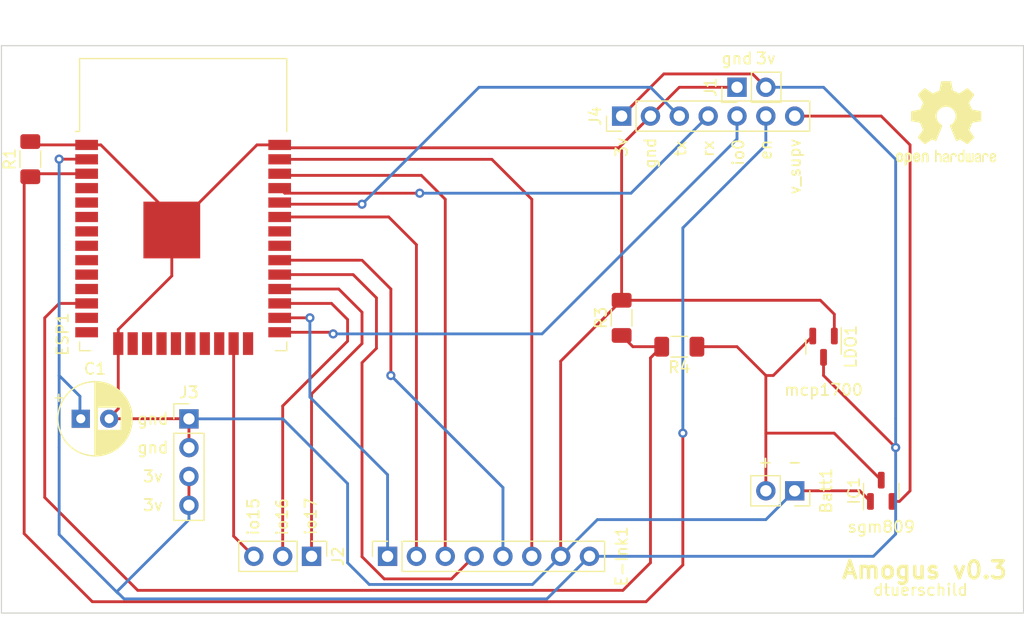
<source format=kicad_pcb>
(kicad_pcb (version 20211014) (generator pcbnew)
  (layers (0 "F.Cu" signal) (31 "B.Cu" signal) (34 "B.Paste" user) (35 "F.Paste" user) (36 "B.SilkS" user "B.Silkscreen") (37 "F.SilkS" user "F.Silkscreen") (38 "B.Mask" user) (39 "F.Mask" user) (44 "Edge.Cuts" user))
  (net 0 "")
  (net 1 "Net-(C1-Pad1)")
  (net 2 "Net-(E-Ink1-Pad1)")
  (net 3 "Net-(E-Ink1-Pad2)")
  (net 4 "Net-(E-Ink1-Pad3)")
  (net 5 "Net-(E-Ink1-Pad4)")
  (net 6 "unconnected-(E-Ink1-Pad5)")
  (net 7 "Net-(E-Ink1-Pad6)")
  (net 8 "Net-(ESP1-Pad3)")
  (net 9 "Net-(ESP1-Pad12)")
  (net 10 "Net-(ESP1-Pad23)")
  (net 11 "Net-(ESP1-Pad25)")
  (net 12 "Net-(ESP1-Pad27)")
  (net 13 "Net-(ESP1-Pad28)")
  (net 14 "Net-(ESP1-Pad34)")
  (net 15 "Net-(IC1-Pad2)")
  (net 17 "Net-(Batt1-Pad1)")
  (net 18 "Net-(Batt1-Pad2)")
  (net 38 "Net-(ESP1-Pad35)")
  (footprint "Connector_PinSocket_2.54mm:PinSocket_1x08_P2.54mm_Vertical" (layer "F.Cu") (at 73.37 76.893751 90)
    (fp_text reference "E-Ink1" (at 0 20.61 90) (layer "F.SilkS"))
    (fp_text value "Conn_01x08_Female")
    (pad "1" thru_hole rect locked (at 0 0 90) (size 1.7 1.7) (drill 1) (layers *.Cu *.Mask) (net 2 "Net-(E-Ink1-Pad1)"))
    (pad "2" thru_hole oval locked (at 0 2.54 90) (size 1.7 1.7) (drill 1) (layers *.Cu *.Mask) (net 3 "Net-(E-Ink1-Pad2)"))
    (pad "3" thru_hole oval locked (at 0 5.08 90) (size 1.7 1.7) (drill 1) (layers *.Cu *.Mask) (net 4 "Net-(E-Ink1-Pad3)"))
    (pad "4" thru_hole oval locked (at 0 7.62 90) (size 1.7 1.7) (drill 1) (layers *.Cu *.Mask) (net 5 "Net-(E-Ink1-Pad4)"))
    (pad "5" thru_hole oval locked (at 0 10.16 90) (size 1.7 1.7) (drill 1) (layers *.Cu *.Mask) (net 6 "unconnected-(E-Ink1-Pad5)"))
    (pad "6" thru_hole oval locked (at 0 12.7 90) (size 1.7 1.7) (drill 1) (layers *.Cu *.Mask) (net 7 "Net-(E-Ink1-Pad6)"))
    (pad "7" thru_hole oval locked (at 0 15.24 90) (size 1.7 1.7) (drill 1) (layers *.Cu *.Mask) (net 17 "Net-(Batt1-Pad1)"))
    (pad "8" thru_hole oval locked (at 0 17.78 90) (size 1.7 1.7) (drill 1) (layers *.Cu *.Mask) (net 1 "Net-(C1-Pad1)"))
  )
  (footprint "RF_Module:ESP32-WROOM-32" (layer "F.Cu") (at 55.37 48.893751)
    (fp_text reference "ESP1" (at -10.61 8.43 90) (layer "F.SilkS"))
    (fp_text value "ESP32-WROOM-32")
    (pad "1" smd rect locked (at -8.5 -8.255) (size 2 0.9) (layers "F.Cu" "F.Paste" "F.Mask") (net 17 "Net-(Batt1-Pad1)"))
    (pad "2" smd rect locked (at -8.5 -6.985) (size 2 0.9) (layers "F.Cu" "F.Paste" "F.Mask") (net 1 "Net-(C1-Pad1)"))
    (pad "3" smd rect locked (at -8.5 -5.715) (size 2 0.9) (layers "F.Cu" "F.Paste" "F.Mask") (net 8 "Net-(ESP1-Pad3)"))
    (pad "4" smd rect locked (at -8.5 -4.445) (size 2 0.9) (layers "F.Cu" "F.Paste" "F.Mask"))
    (pad "5" smd rect locked (at -8.5 -3.175) (size 2 0.9) (layers "F.Cu" "F.Paste" "F.Mask"))
    (pad "6" smd rect locked (at -8.5 -1.905) (size 2 0.9) (layers "F.Cu" "F.Paste" "F.Mask"))
    (pad "7" smd rect locked (at -8.5 -0.635) (size 2 0.9) (layers "F.Cu" "F.Paste" "F.Mask"))
    (pad "8" smd rect locked (at -8.5 0.635) (size 2 0.9) (layers "F.Cu" "F.Paste" "F.Mask"))
    (pad "9" smd rect locked (at -8.5 1.905) (size 2 0.9) (layers "F.Cu" "F.Paste" "F.Mask"))
    (pad "10" smd rect locked (at -8.5 3.175) (size 2 0.9) (layers "F.Cu" "F.Paste" "F.Mask"))
    (pad "11" smd rect locked (at -8.5 4.445) (size 2 0.9) (layers "F.Cu" "F.Paste" "F.Mask"))
    (pad "12" smd rect locked (at -8.5 5.715) (size 2 0.9) (layers "F.Cu" "F.Paste" "F.Mask") (net 9 "Net-(ESP1-Pad12)"))
    (pad "13" smd rect locked (at -8.5 6.985) (size 2 0.9) (layers "F.Cu" "F.Paste" "F.Mask"))
    (pad "14" smd rect locked (at -8.5 8.255) (size 2 0.9) (layers "F.Cu" "F.Paste" "F.Mask"))
    (pad "15" smd rect locked (at -5.715 9.255 90) (size 2 0.9) (layers "F.Cu" "F.Paste" "F.Mask") (net 17 "Net-(Batt1-Pad1)"))
    (pad "16" smd rect locked (at -4.445 9.255 90) (size 2 0.9) (layers "F.Cu" "F.Paste" "F.Mask"))
    (pad "17" smd rect locked (at -3.175 9.255 90) (size 2 0.9) (layers "F.Cu" "F.Paste" "F.Mask"))
    (pad "18" smd rect locked (at -1.905 9.255 90) (size 2 0.9) (layers "F.Cu" "F.Paste" "F.Mask"))
    (pad "19" smd rect locked (at -0.635 9.255 90) (size 2 0.9) (layers "F.Cu" "F.Paste" "F.Mask"))
    (pad "20" smd rect locked (at 0.635 9.255 90) (size 2 0.9) (layers "F.Cu" "F.Paste" "F.Mask"))
    (pad "21" smd rect locked (at 1.905 9.255 90) (size 2 0.9) (layers "F.Cu" "F.Paste" "F.Mask"))
    (pad "22" smd rect locked (at 3.175 9.255 90) (size 2 0.9) (layers "F.Cu" "F.Paste" "F.Mask"))
    (pad "23" smd rect locked (at 4.445 9.255 90) (size 2 0.9) (layers "F.Cu" "F.Paste" "F.Mask") (net 10 "Net-(ESP1-Pad23)"))
    (pad "24" smd rect locked (at 5.715 9.255 90) (size 2 0.9) (layers "F.Cu" "F.Paste" "F.Mask"))
    (pad "25" smd rect locked (at 8.5 8.255) (size 2 0.9) (layers "F.Cu" "F.Paste" "F.Mask") (net 11 "Net-(ESP1-Pad25)"))
    (pad "26" smd rect locked (at 8.5 6.985) (size 2 0.9) (layers "F.Cu" "F.Paste" "F.Mask") (net 2 "Net-(E-Ink1-Pad1)"))
    (pad "27" smd rect locked (at 8.5 5.715) (size 2 0.9) (layers "F.Cu" "F.Paste" "F.Mask") (net 12 "Net-(ESP1-Pad27)"))
    (pad "28" smd rect locked (at 8.5 4.445) (size 2 0.9) (layers "F.Cu" "F.Paste" "F.Mask") (net 13 "Net-(ESP1-Pad28)"))
    (pad "29" smd rect locked (at 8.5 3.175) (size 2 0.9) (layers "F.Cu" "F.Paste" "F.Mask") (net 5 "Net-(E-Ink1-Pad4)"))
    (pad "30" smd rect locked (at 8.5 1.905) (size 2 0.9) (layers "F.Cu" "F.Paste" "F.Mask") (net 6 "unconnected-(E-Ink1-Pad5)"))
    (pad "31" smd rect locked (at 8.5 0.635) (size 2 0.9) (layers "F.Cu" "F.Paste" "F.Mask"))
    (pad "32" smd rect locked (at 8.5 -0.635) (size 2 0.9) (layers "F.Cu" "F.Paste" "F.Mask"))
    (pad "33" smd rect locked (at 8.5 -1.905) (size 2 0.9) (layers "F.Cu" "F.Paste" "F.Mask") (net 3 "Net-(E-Ink1-Pad2)"))
    (pad "34" smd rect locked (at 8.5 -3.175) (size 2 0.9) (layers "F.Cu" "F.Paste" "F.Mask") (net 14 "Net-(ESP1-Pad34)"))
    (pad "35" smd rect locked (at 8.5 -4.445) (size 2 0.9) (layers "F.Cu" "F.Paste" "F.Mask") (net 38 "Net-(ESP1-Pad35)"))
    (pad "36" smd rect locked (at 8.5 -5.715) (size 2 0.9) (layers "F.Cu" "F.Paste" "F.Mask") (net 4 "Net-(E-Ink1-Pad3)"))
    (pad "37" smd rect locked (at 8.5 -6.985) (size 2 0.9) (layers "F.Cu" "F.Paste" "F.Mask") (net 7 "Net-(E-Ink1-Pad6)"))
    (pad "38" smd rect locked (at 8.5 -8.255) (size 2 0.9) (layers "F.Cu" "F.Paste" "F.Mask") (net 17 "Net-(Batt1-Pad1)"))
    (pad "39" smd rect locked (at -1 -0.755) (size 5 5) (layers "F.Cu" "F.Paste" "F.Mask") (net 17 "Net-(Batt1-Pad1)"))
  )
  (footprint "Resistor_SMD:R_1206_3216Metric_Pad1.30x1.75mm_HandSolder" (layer "F.Cu") (at 41.91 41.893751 90)
    (fp_text reference "R1" (at 0 -1.82 90) (layer "F.SilkS"))
    (fp_text value "R_Small")
    (pad "1" smd roundrect (at -1.55 0 90) (size 1.3 1.75) (layers "F.Cu" "F.Paste" "F.Mask") (roundrect_rratio 0.192308) (net 8 "Net-(ESP1-Pad3)"))
    (pad "2" smd roundrect (at 1.55 0 90) (size 1.3 1.75) (layers "F.Cu" "F.Paste" "F.Mask") (roundrect_rratio 0.192308) (net 17 "Net-(Batt1-Pad1)"))
  )
  (footprint "Connector_PinHeader_2.54mm:PinHeader_1x03_P2.54mm_Vertical" (layer "F.Cu") (at 66.675 76.893751 -90)
    (fp_text reference "J2" (at 0 -2.33 -90) (layer "F.SilkS"))
    (fp_text value "Conn_01x03_Male")
    (pad "1" thru_hole rect (at 0 0 270) (size 1.7 1.7) (drill 1) (layers *.Cu *.Mask) (net 13 "Net-(ESP1-Pad28)"))
    (pad "2" thru_hole oval (at 0 2.54 270) (size 1.7 1.7) (drill 1) (layers *.Cu *.Mask) (net 12 "Net-(ESP1-Pad27)"))
    (pad "3" thru_hole oval (at 0 5.08 270) (size 1.7 1.7) (drill 1) (layers *.Cu *.Mask) (net 10 "Net-(ESP1-Pad23)"))
  )
  (footprint "Connector_PinHeader_2.54mm:PinHeader_1x04_P2.54mm_Vertical" (layer "F.Cu") (at 55.88 64.78)
    (fp_text reference "J3" (at 0 -2.33) (layer "F.SilkS"))
    (fp_text value "Conn_01x04_Male")
    (pad "1" thru_hole rect (at 0 0) (size 1.7 1.7) (drill 1) (layers *.Cu *.Mask) (net 17 "Net-(Batt1-Pad1)"))
    (pad "2" thru_hole oval (at 0 2.54) (size 1.7 1.7) (drill 1) (layers *.Cu *.Mask) (net 17 "Net-(Batt1-Pad1)"))
    (pad "3" thru_hole oval (at 0 5.08) (size 1.7 1.7) (drill 1) (layers *.Cu *.Mask) (net 1 "Net-(C1-Pad1)"))
    (pad "4" thru_hole oval (at 0 7.62) (size 1.7 1.7) (drill 1) (layers *.Cu *.Mask) (net 1 "Net-(C1-Pad1)"))
  )
  (footprint "Resistor_SMD:R_1206_3216Metric_Pad1.30x1.75mm_HandSolder" (layer "F.Cu") (at 93.98 55.88 90)
    (fp_text reference "R3" (at 0 -1.82 90) (layer "F.SilkS"))
    (fp_text value "R_Small")
    (pad "1" smd roundrect (at -1.55 0 90) (size 1.3 1.75) (layers "F.Cu" "F.Paste" "F.Mask") (roundrect_rratio 0.192308) (net 9 "Net-(ESP1-Pad12)"))
    (pad "2" smd roundrect (at 1.55 0 90) (size 1.3 1.75) (layers "F.Cu" "F.Paste" "F.Mask") (roundrect_rratio 0.192308) (net 17 "Net-(Batt1-Pad1)"))
  )
  (footprint "Connector_PinHeader_2.54mm:PinHeader_1x07_P2.54mm_Vertical" (layer "F.Cu") (at 93.98 38.1 90)
    (fp_text reference "J4" (at 0 -2.33 90) (layer "F.SilkS"))
    (fp_text value "Dev")
    (pad "1" thru_hole rect (at 0 0 90) (size 1.7 1.7) (drill 1) (layers *.Cu *.Mask) (net 1 "Net-(C1-Pad1)"))
    (pad "2" thru_hole oval (at 0 2.54 90) (size 1.7 1.7) (drill 1) (layers *.Cu *.Mask) (net 17 "Net-(Batt1-Pad1)"))
    (pad "3" thru_hole oval (at 0 5.08 90) (size 1.7 1.7) (drill 1) (layers *.Cu *.Mask) (net 14 "Net-(ESP1-Pad34)"))
    (pad "4" thru_hole oval (at 0 7.62 90) (size 1.7 1.7) (drill 1) (layers *.Cu *.Mask) (net 38 "Net-(ESP1-Pad35)"))
    (pad "5" thru_hole oval (at 0 10.16 90) (size 1.7 1.7) (drill 1) (layers *.Cu *.Mask) (net 11 "Net-(ESP1-Pad25)"))
    (pad "6" thru_hole oval (at 0 12.7 90) (size 1.7 1.7) (drill 1) (layers *.Cu *.Mask) (net 8 "Net-(ESP1-Pad3)"))
    (pad "7" thru_hole oval (at 0 15.24 90) (size 1.7 1.7) (drill 1) (layers *.Cu *.Mask) (net 15 "Net-(IC1-Pad2)"))
  )
  (footprint "Connector_PinSocket_2.54mm:PinSocket_1x02_P2.54mm_Vertical" (layer "F.Cu") (at 109.22 71.12 -90)
    (fp_text reference "Batt1" (at 0 -2.77 90) (layer "F.SilkS"))
    (fp_text value "Conn_01x02_Female")
    (pad "1" thru_hole rect (at 0 0 270) (size 1.7 1.7) (drill 1) (layers *.Cu *.Mask) (net 17 "Net-(Batt1-Pad1)"))
    (pad "2" thru_hole oval (at 0 2.54 270) (size 1.7 1.7) (drill 1) (layers *.Cu *.Mask) (net 18 "Net-(Batt1-Pad2)"))
  )
  (footprint "Symbol:OSHW-Logo2_9.8x8mm_SilkScreen" (layer "F.Cu") (at 122.555 38.735)
    (fp_text reference "REF**" hide)
    (fp_text value "OSHW-Logo2_9.8x8mm_SilkScreen" hide)
  )
  (footprint "Package_TO_SOT_SMD:SOT-23" (layer "F.Cu") (at 116.84 71.12 90)
    (fp_text reference "IC1" (at 0 -2.4 90) (layer "F.SilkS"))
    (fp_text value "SGM809-TXN3L")
    (pad "1" smd roundrect (at -0.9375 -0.95 90) (size 1.475 0.6) (layers "F.Cu" "F.Paste" "F.Mask") (net 17 "Net-(Batt1-Pad1)"))
    (pad "2" smd roundrect (at -0.9375 0.95 90) (size 1.475 0.6) (layers "F.Cu" "F.Paste" "F.Mask") (net 15 "Net-(IC1-Pad2)"))
    (pad "3" smd roundrect (at 0.9375 0 90) (size 1.475 0.6) (layers "F.Cu" "F.Paste" "F.Mask") (net 18 "Net-(Batt1-Pad2)"))
  )
  (footprint "Package_TO_SOT_SMD:SOT-23" (layer "F.Cu") (at 111.76 58.42 -90)
    (fp_text reference "LDO1" (at 0 -2.4 90) (layer "F.SilkS"))
    (fp_text value "MCP1700-3002E_SOT-23")
    (pad "1" smd roundrect (at -0.9375 -0.95 270) (size 1.475 0.6) (layers "F.Cu" "F.Paste" "F.Mask") (net 17 "Net-(Batt1-Pad1)"))
    (pad "2" smd roundrect (at -0.9375 0.95 270) (size 1.475 0.6) (layers "F.Cu" "F.Paste" "F.Mask") (net 18 "Net-(Batt1-Pad2)"))
    (pad "3" smd roundrect (at 0.9375 0 270) (size 1.475 0.6) (layers "F.Cu" "F.Paste" "F.Mask") (net 1 "Net-(C1-Pad1)"))
  )
  (footprint "Connector_PinHeader_2.54mm:PinHeader_1x02_P2.54mm_Vertical" (layer "F.Cu") (at 104.14 35.56 90)
    (fp_text reference "J1" (at 0 -2.33 90) (layer "F.SilkS"))
    (fp_text value "Jump")
    (pad "1" thru_hole rect (at 0 0 90) (size 1.7 1.7) (drill 1) (layers *.Cu *.Mask) (net 17 "Net-(Batt1-Pad1)"))
    (pad "2" thru_hole oval (at 0 2.54 90) (size 1.7 1.7) (drill 1) (layers *.Cu *.Mask) (net 1 "Net-(C1-Pad1)"))
  )
  (footprint "Capacitor_THT:CP_Radial_D6.3mm_P2.50mm" (layer "F.Cu") (at 46.355 64.77)
    (fp_text reference "C1" (at 1.25 -4.4) (layer "F.SilkS"))
    (fp_text value "CP")
    (pad "1" thru_hole rect (at 0 0) (size 1.6 1.6) (drill 0.8) (layers *.Cu *.Mask) (net 1 "Net-(C1-Pad1)"))
    (pad "2" thru_hole circle (at 2.5 0) (size 1.6 1.6) (drill 0.8) (layers *.Cu *.Mask) (net 17 "Net-(Batt1-Pad1)"))
  )
  (footprint "Resistor_SMD:R_1206_3216Metric_Pad1.30x1.75mm_HandSolder" (layer "F.Cu") (at 99.06 58.42 180)
    (fp_text reference "R4" (at 0 -1.82) (layer "F.SilkS"))
    (fp_text value "R_Small")
    (pad "1" smd roundrect (at -1.55 0 180) (size 1.3 1.75) (layers "F.Cu" "F.Paste" "F.Mask") (roundrect_rratio 0.192308) (net 18 "Net-(Batt1-Pad2)"))
    (pad "2" smd roundrect (at 1.55 0 180) (size 1.3 1.75) (layers "F.Cu" "F.Paste" "F.Mask") (roundrect_rratio 0.192308) (net 9 "Net-(ESP1-Pad12)"))
  )
  (gr_line (start 39.37 31.893751) (end 129.37 31.893751) (layer "Edge.Cuts") (width 0.1))
  (gr_line (start 39.37 81.893751) (end 39.37 31.893751) (layer "Edge.Cuts") (width 0.1))
  (gr_line (start 129.37 81.893751) (end 39.37 81.893751) (layer "Edge.Cuts") (width 0.1))
  (gr_line (start 129.37 31.893751) (end 129.37 81.893751) (layer "Edge.Cuts") (width 0.1))
  (gr_text "gnd\n" (at 52.705 64.78) (layer "F.SilkS") (effects (font (size 1 1))))
  (gr_text "-" (at 109.22 68.58) (layer "F.SilkS") (effects (font (size 1 1))))
  (gr_text "v_supv" (at 109.22 40 90) (layer "F.SilkS") (effects (font (size 1 1)) (justify right)))
  (gr_text "dtuerschild" (at 120.295 79.856249) (layer "F.SilkS") (effects (font (size 1 1))))
  (gr_text "io0" (at 104.25314 41.294333 90) (layer "F.SilkS") (effects (font (size 1 1))))
  (gr_text "io16" (at 64.080813 73.411119 90) (layer "F.SilkS") (effects (font (size 1 1))))
  (gr_text "io17" (at 66.607606 73.373406 90) (layer "F.SilkS") (effects (font (size 1 1))))
  (gr_text "gnd\n" (at 104.14 33.02) (layer "F.SilkS") (effects (font (size 1 1))))
  (gr_text "3v\n" (at 93.98 40.834216 90) (layer "F.SilkS") (effects (font (size 1 1))))
  (gr_text "3v\n" (at 106.68 33.02) (layer "F.SilkS") (effects (font (size 1 1))))
  (gr_text "+" (at 106.65 68.58) (layer "F.SilkS") (effects (font (size 1 1))))
  (gr_text "mcp1700" (at 111.76 62.23) (layer "F.SilkS") (effects (font (size 1 1))))
  (gr_text "io15" (at 61.54494 73.396171 90) (layer "F.SilkS") (effects (font (size 1 1))))
  (gr_text "gnd\n" (at 52.705 67.31) (layer "F.SilkS") (effects (font (size 1 1))))
  (gr_text "3v\n" (at 52.705 72.39) (layer "F.SilkS") (effects (font (size 1 1))))
  (gr_text "en" (at 106.666793 40.087506 90) (layer "F.SilkS") (effects (font (size 1 1)) (justify right)))
  (gr_text "Amogus v0.3\n" (at 120.65 78.105) (layer "F.SilkS") (effects (font (size 1.5 1.5) (thickness 0.3))))
  (gr_text "tx" (at 99.150456 40.164839 90) (layer "F.SilkS") (effects (font (size 1 1)) (justify right)))
  (gr_text "3v\n" (at 52.705 69.85) (layer "F.SilkS") (effects (font (size 1 1))))
  (gr_text "rx" (at 101.59428 40.164839 90) (layer "F.SilkS") (effects (font (size 1 1)) (justify right)))
  (gr_text "gnd\n" (at 96.494222 41.368488 90) (layer "F.SilkS") (effects (font (size 1 1))))
  (gr_text "sgm809" (at 116.84 74.295) (layer "F.SilkS") (effects (font (size 1 1))))
  (segment (start 44.45 41.893751) (end 46.855 41.893751) (width 0.25) (layer "F.Cu") (net 1))
  (segment (start 97.695 34.385) (end 93.98 38.1) (width 0.25) (layer "F.Cu") (net 1))
  (segment (start 111.76 60.96) (end 111.76 59.3575) (width 0.25) (layer "F.Cu") (net 1))
  (segment (start 118.11 67.31) (end 111.76 60.96) (width 0.25) (layer "F.Cu") (net 1))
  (segment (start 105.505 34.385) (end 97.695 34.385) (width 0.25) (layer "F.Cu") (net 1))
  (segment (start 55.88 69.86) (end 55.88 72.4) (width 0.25) (layer "F.Cu") (net 1))
  (segment (start 46.855 41.893751) (end 46.87 41.908751) (width 0.25) (layer "F.Cu") (net 1))
  (segment (start 106.68 35.56) (end 105.505 34.385) (width 0.25) (layer "F.Cu") (net 1))
  (via (at 44.45 41.893751) (size 0.8) (drill 0.4) (layers "F.Cu" "B.Cu") (net 1))
  (via (at 118.11 67.31) (size 0.8) (drill 0.4) (layers "F.Cu" "B.Cu") (net 1))
  (segment (start 111.76 35.56) (end 106.68 35.56) (width 0.25) (layer "B.Cu") (net 1))
  (segment (start 44.45 60.96) (end 44.45 65.623) (width 0.25) (layer "B.Cu") (net 1))
  (segment (start 118.11 41.91) (end 111.76 35.56) (width 0.25) (layer "B.Cu") (net 1))
  (segment (start 118.11 74.93) (end 118.11 64.77) (width 0.25) (layer "B.Cu") (net 1))
  (segment (start 44.45 67.31) (end 44.45 74.973751) (width 0.25) (layer "B.Cu") (net 1))
  (segment (start 46.28 64.77) (end 46.28 62.79) (width 0.25) (layer "B.Cu") (net 1))
  (segment (start 44.45 74.973751) (end 49.63 80.153751) (width 0.25) (layer "B.Cu") (net 1))
  (segment (start 46.28 62.79) (end 44.45 60.96) (width 0.25) (layer "B.Cu") (net 1))
  (segment (start 55.88 73.66) (end 55.88 72.4) (width 0.25) (layer "B.Cu") (net 1))
  (segment (start 44.45 65.623) (end 44.45 67.31) (width 0.25) (layer "B.Cu") (net 1))
  (segment (start 87.398751 80.645) (end 50.165 80.645) (width 0.25) (layer "B.Cu") (net 1))
  (segment (start 44.45 41.893751) (end 44.45 60.96) (width 0.25) (layer "B.Cu") (net 1))
  (segment (start 50.165 80.645) (end 49.53 80.01) (width 0.25) (layer "B.Cu") (net 1))
  (segment (start 116.146249 76.893751) (end 118.11 74.93) (width 0.25) (layer "B.Cu") (net 1))
  (segment (start 91.15 76.893751) (end 87.398751 80.645) (width 0.25) (layer "B.Cu") (net 1))
  (segment (start 91.15 76.893751) (end 116.146249 76.893751) (width 0.25) (layer "B.Cu") (net 1))
  (segment (start 49.53 80.01) (end 55.88 73.66) (width 0.25) (layer "B.Cu") (net 1))
  (segment (start 118.11 64.77) (end 118.11 41.91) (width 0.25) (layer "B.Cu") (net 1))
  (segment (start 63.87 55.878751) (end 66.53 55.878751) (width 0.25) (layer "F.Cu") (net 2))
  (via (at 66.53 55.878751) (size 0.8) (drill 0.4) (layers "F.Cu" "B.Cu") (net 2))
  (segment (start 66.53 62.863751) (end 73.37 69.703751) (width 0.25) (layer "B.Cu") (net 2))
  (segment (start 66.53 55.878751) (end 66.53 62.863751) (width 0.25) (layer "B.Cu") (net 2))
  (segment (start 73.37 69.703751) (end 73.37 76.893751) (width 0.25) (layer "B.Cu") (net 2))
  (segment (start 75.91 49.433751) (end 75.91 76.893751) (width 0.25) (layer "F.Cu") (net 3))
  (segment (start 75.91 49.433751) (end 73.465 46.988751) (width 0.25) (layer "F.Cu") (net 3))
  (segment (start 73.465 46.988751) (end 63.87 46.988751) (width 0.25) (layer "F.Cu") (net 3))
  (segment (start 76.343751 43.323751) (end 78.45 45.43) (width 0.25) (layer "F.Cu") (net 4))
  (segment (start 64.015 43.323751) (end 76.343751 43.323751) (width 0.25) (layer "F.Cu") (net 4))
  (segment (start 78.45 45.43) (end 78.45 76.893751) (width 0.25) (layer "F.Cu") (net 4))
  (segment (start 63.87 43.178751) (end 64.015 43.323751) (width 0.25) (layer "F.Cu") (net 4))
  (segment (start 71.12 59.833751) (end 72.39 58.563751) (width 0.25) (layer "F.Cu") (net 5))
  (segment (start 72.39 54.118751) (end 70.34 52.068751) (width 0.25) (layer "F.Cu") (net 5))
  (segment (start 63.87 52.068751) (end 70.34 52.068751) (width 0.25) (layer "F.Cu") (net 5))
  (segment (start 71.12 76.928753) (end 71.12 59.833751) (width 0.25) (layer "F.Cu") (net 5))
  (segment (start 73.074998 78.883751) (end 71.12 76.928753) (width 0.25) (layer "F.Cu") (net 5))
  (segment (start 80.99 76.893751) (end 79 78.883751) (width 0.25) (layer "F.Cu") (net 5))
  (segment (start 72.39 58.563751) (end 72.39 54.118751) (width 0.25) (layer "F.Cu") (net 5))
  (segment (start 79 78.883751) (end 73.074998 78.883751) (width 0.25) (layer "F.Cu") (net 5))
  (segment (start 70.975 50.798751) (end 63.87 50.798751) (width 0.25) (layer "F.Cu") (net 6))
  (segment (start 73.66 60.96) (end 73.66 53.34) (width 0.25) (layer "F.Cu") (net 6))
  (segment (start 73.66 53.34) (end 71.12 50.8) (width 0.25) (layer "F.Cu") (net 6))
  (via (at 73.66 60.96) (size 0.8) (drill 0.4) (layers "F.Cu" "B.Cu") (net 6))
  (segment (start 83.53 70.83) (end 73.66 60.96) (width 0.25) (layer "B.Cu") (net 6))
  (segment (start 83.53 70.973751) (end 83.53 76.893751) (width 0.25) (layer "B.Cu") (net 6))
  (segment (start 83.53 70.973751) (end 83.53 70.83) (width 0.25) (layer "B.Cu") (net 6))
  (segment (start 86.07 76.893751) (end 86.07 45.43) (width 0.25) (layer "F.Cu") (net 7))
  (segment (start 82.548751 41.908751) (end 63.87 41.908751) (width 0.25) (layer "F.Cu") (net 7))
  (segment (start 86.07 45.43) (end 82.548751 41.908751) (width 0.25) (layer "F.Cu") (net 7))
  (segment (start 42.1125 43.178751) (end 41.91 43.381251) (width 0.25) (layer "F.Cu") (net 8))
  (segment (start 46.87 43.178751) (end 42.1125 43.178751) (width 0.25) (layer "F.Cu") (net 8))
  (segment (start 47.37 80.893751) (end 96.133751 80.893751) (width 0.25) (layer "F.Cu") (net 8))
  (segment (start 47.37 80.893751) (end 41.37 74.893751) (width 0.25) (layer "F.Cu") (net 8))
  (segment (start 99.37 77.657502) (end 96.133751 80.893751) (width 0.25) (layer "F.Cu") (net 8))
  (segment (start 99.37 66.04) (end 99.37 77.657502) (width 0.25) (layer "F.Cu") (net 8))
  (segment (start 41.37 74.893751) (end 41.37 43.381251) (width 0.25) (layer "F.Cu") (net 8))
  (via (at 99.37 66.04) (size 0.8) (drill 0.4) (layers "F.Cu" "B.Cu") (net 8))
  (segment (start 106.68 40.64) (end 99.37 47.95) (width 0.25) (layer "B.Cu") (net 8))
  (segment (start 106.68 38.1) (end 106.68 40.64) (width 0.25) (layer "B.Cu") (net 8))
  (segment (start 99.37 47.95) (end 99.37 66.04) (width 0.25) (layer "B.Cu") (net 8))
  (segment (start 96.52 77.463751) (end 96.52 59.41) (width 0.25) (layer "F.Cu") (net 9))
  (segment (start 51.37 79.893751) (end 94.09 79.893751) (width 0.25) (layer "F.Cu") (net 9))
  (segment (start 94.09 79.893751) (end 96.52 77.463751) (width 0.25) (layer "F.Cu") (net 9))
  (segment (start 46.87 54.608751) (end 44.451249 54.608751) (width 0.25) (layer "F.Cu") (net 9))
  (segment (start 96.52 59.41) (end 97.51 58.42) (width 0.25) (layer "F.Cu") (net 9))
  (segment (start 43.18 55.88) (end 43.18 71.703751) (width 0.25) (layer "F.Cu") (net 9))
  (segment (start 43.18 71.703751) (end 51.37 79.893751) (width 0.25) (layer "F.Cu") (net 9))
  (segment (start 93.98 57.43) (end 94.97 58.42) (width 0.25) (layer "F.Cu") (net 9))
  (segment (start 94.97 58.42) (end 97.51 58.42) (width 0.25) (layer "F.Cu") (net 9))
  (segment (start 44.451249 54.608751) (end 43.18 55.88) (width 0.25) (layer "F.Cu") (net 9))
  (segment (start 59.815 58.148751) (end 59.815 75.113751) (width 0.25) (layer "F.Cu") (net 10))
  (segment (start 59.815 75.113751) (end 61.595 76.893751) (width 0.25) (layer "F.Cu") (net 10))
  (segment (start 68.58 57.293751) (end 68.435 57.148751) (width 0.25) (layer "F.Cu") (net 11))
  (segment (start 68.435 57.148751) (end 63.87 57.148751) (width 0.25) (layer "F.Cu") (net 11))
  (via (at 68.58 57.293751) (size 0.8) (drill 0.4) (layers "F.Cu" "B.Cu") (net 11))
  (segment (start 86.97 57.293751) (end 104.14 40.123751) (width 0.25) (layer "B.Cu") (net 11))
  (segment (start 104.14 40.123751) (end 104.14 38.1) (width 0.25) (layer "B.Cu") (net 11))
  (segment (start 68.58 57.293751) (end 86.97 57.293751) (width 0.25) (layer "B.Cu") (net 11))
  (segment (start 69.85 56.023751) (end 69.85 57.928751) (width 0.25) (layer "F.Cu") (net 12))
  (segment (start 68.435 54.608751) (end 69.85 56.023751) (width 0.25) (layer "F.Cu") (net 12))
  (segment (start 69.85 57.928751) (end 64.135 63.643751) (width 0.25) (layer "F.Cu") (net 12))
  (segment (start 63.87 54.608751) (end 68.435 54.608751) (width 0.25) (layer "F.Cu") (net 12))
  (segment (start 64.135 63.643751) (end 64.135 76.893751) (width 0.25) (layer "F.Cu") (net 12))
  (segment (start 66.675 62.588751) (end 66.675 76.893751) (width 0.25) (layer "F.Cu") (net 13))
  (segment (start 69.07 53.338751) (end 71.12 55.388751) (width 0.25) (layer "F.Cu") (net 13))
  (segment (start 71.12 58.143751) (end 66.675 62.588751) (width 0.25) (layer "F.Cu") (net 13))
  (segment (start 71.12 55.388751) (end 71.12 58.143751) (width 0.25) (layer "F.Cu") (net 13))
  (segment (start 63.87 53.338751) (end 69.07 53.338751) (width 0.25) (layer "F.Cu") (net 13))
  (segment (start 71.12 45.863751) (end 64.015 45.863751) (width 0.25) (layer "F.Cu") (net 14))
  (segment (start 64.015 45.863751) (end 63.87 45.718751) (width 0.25) (layer "F.Cu") (net 14))
  (via (at 71.12 45.863751) (size 0.8) (drill 0.4) (layers "F.Cu" "B.Cu") (net 14))
  (segment (start 96.52 35.56) (end 99.06 38.1) (width 0.25) (layer "B.Cu") (net 14))
  (segment (start 81.423751 35.56) (end 96.52 35.56) (width 0.25) (layer "B.Cu") (net 14))
  (segment (start 71.12 45.863751) (end 78.105 38.878751) (width 0.25) (layer "B.Cu") (net 14))
  (segment (start 78.105 38.878751) (end 81.423751 35.56) (width 0.25) (layer "B.Cu") (net 14))
  (segment (start 119.38 71.12) (end 119.38 40.64) (width 0.25) (layer "F.Cu") (net 15))
  (segment (start 117.79 72.0575) (end 118.4425 72.0575) (width 0.25) (layer "F.Cu") (net 15))
  (segment (start 116.84 38.1) (end 109.22 38.1) (width 0.25) (layer "F.Cu") (net 15))
  (segment (start 119.38 40.64) (end 116.84 38.1) (width 0.25) (layer "F.Cu") (net 15))
  (segment (start 118.4425 72.0575) (end 119.38 71.12) (width 0.25) (layer "F.Cu") (net 15))
  (segment (start 111.48 54.33) (end 112.71 55.56) (width 0.25) (layer "F.Cu") (net 17))
  (segment (start 112.71 55.56) (end 112.71 57.4825) (width 0.25) (layer "F.Cu") (net 17))
  (segment (start 88.61 59.7) (end 93.98 54.33) (width 0.25) (layer "F.Cu") (net 17))
  (segment (start 54.37 48.138751) (end 61.87 40.638751) (width 0.25) (layer "F.Cu") (net 17))
  (segment (start 49.655 56.898751) (end 54.37 52.183751) (width 0.25) (layer "F.Cu") (net 17))
  (segment (start 46.87 40.638751) (end 42.1425 40.638751) (width 0.25) (layer "F.Cu") (net 17))
  (segment (start 96.52 38.1) (end 99.06 35.56) (width 0.25) (layer "F.Cu") (net 17))
  (segment (start 55.87 64.77) (end 55.88 64.78) (width 0.25) (layer "F.Cu") (net 17))
  (segment (start 93.98 54.33) (end 111.48 54.33) (width 0.25) (layer "F.Cu") (net 17))
  (segment (start 61.87 40.638751) (end 63.87 40.638751) (width 0.25) (layer "F.Cu") (net 17))
  (segment (start 48.12 40.638751) (end 54.37 46.888751) (width 0.25) (layer "F.Cu") (net 17))
  (segment (start 49.655 58.148751) (end 49.655 56.898751) (width 0.25) (layer "F.Cu") (net 17))
  (segment (start 63.87 40.638751) (end 64.125 40.893751) (width 0.25) (layer "F.Cu") (net 17))
  (segment (start 48.78 64.77) (end 55.87 64.77) (width 0.25) (layer "F.Cu") (net 17))
  (segment (start 49.655 58.148751) (end 49.655 63.895) (width 0.25) (layer "F.Cu") (net 17))
  (segment (start 49.655 63.895) (end 48.78 64.77) (width 0.25) (layer "F.Cu") (net 17))
  (segment (start 64.125 40.893751) (end 93.726249 40.893751) (width 0.25) (layer "F.Cu") (net 17))
  (segment (start 93.726249 40.893751) (end 93.98 41.147502) (width 0.25) (layer "F.Cu") (net 17))
  (segment (start 93.98 41.147502) (end 93.98 54.33) (width 0.25) (layer "F.Cu") (net 17))
  (segment (start 46.87 40.638751) (end 48.12 40.638751) (width 0.25) (layer "F.Cu") (net 17))
  (segment (start 88.61 76.893751) (end 88.61 59.7) (width 0.25) (layer "F.Cu") (net 17))
  (segment (start 54.37 46.888751) (end 54.37 48.138751) (width 0.25) (layer "F.Cu") (net 17))
  (segment (start 115.89 72.0575) (end 114.9525 71.12) (width 0.25) (layer "F.Cu") (net 17))
  (segment (start 54.37 52.183751) (end 54.37 48.138751) (width 0.25) (layer "F.Cu") (net 17))
  (segment (start 42.1425 40.638751) (end 41.91 40.406251) (width 0.25) (layer "F.Cu") (net 17))
  (segment (start 114.9525 71.12) (end 109.22 71.12) (width 0.25) (layer "F.Cu") (net 17))
  (segment (start 55.88 64.78) (end 55.88 67.32) (width 0.25) (layer "F.Cu") (net 17))
  (segment (start 99.06 35.56) (end 104.14 35.56) (width 0.25) (layer "F.Cu") (net 17))
  (segment (start 93.726249 40.893751) (end 96.52 38.1) (width 0.25) (layer "F.Cu") (net 17))
  (segment (start 91.843751 73.66) (end 106.68 73.66) (width 0.25) (layer "B.Cu") (net 17))
  (segment (start 71.755 79.375) (end 86.128751 79.375) (width 0.25) (layer "B.Cu") (net 17))
  (segment (start 69.85 77.47) (end 71.755 79.375) (width 0.25) (layer "B.Cu") (net 17))
  (segment (start 69.85 70.485) (end 69.85 77.47) (width 0.25) (layer "B.Cu") (net 17))
  (segment (start 64.145 64.78) (end 69.85 70.485) (width 0.25) (layer "B.Cu") (net 17))
  (segment (start 88.61 76.893751) (end 91.843751 73.66) (width 0.25) (layer "B.Cu") (net 17))
  (segment (start 106.68 73.66) (end 109.22 71.12) (width 0.25) (layer "B.Cu") (net 17))
  (segment (start 86.128751 79.375) (end 88.61 76.893751) (width 0.25) (layer "B.Cu") (net 17))
  (segment (start 55.88 64.78) (end 64.145 64.78) (width 0.25) (layer "B.Cu") (net 17))
  (segment (start 106.68 66.04) (end 106.68 71.12) (width 0.25) (layer "F.Cu") (net 18))
  (segment (start 110.81 57.4825) (end 107.3325 60.96) (width 0.25) (layer "F.Cu") (net 18))
  (segment (start 106.68 60.96) (end 106.68 66.04) (width 0.25) (layer "F.Cu") (net 18))
  (segment (start 107.3325 60.96) (end 106.68 60.96) (width 0.25) (layer "F.Cu") (net 18))
  (segment (start 106.68 60.96) (end 104.14 58.42) (width 0.25) (layer "F.Cu") (net 18))
  (segment (start 112.6975 66.04) (end 116.84 70.1825) (width 0.25) (layer "F.Cu") (net 18))
  (segment (start 106.68 66.04) (end 112.6975 66.04) (width 0.25) (layer "F.Cu") (net 18))
  (segment (start 104.14 58.42) (end 100.61 58.42) (width 0.25) (layer "F.Cu") (net 18))
  (segment (start 64.315 44.893751) (end 63.87 44.448751) (width 0.25) (layer "F.Cu") (net 38))
  (segment (start 76.2 44.893751) (end 64.315 44.893751) (width 0.25) (layer "F.Cu") (net 38))
  (via (at 76.2 44.893751) (size 0.8) (drill 0.4) (layers "F.Cu" "B.Cu") (net 38))
  (segment (start 94.806249 44.893751) (end 101.6 38.1) (width 0.25) (layer "B.Cu") (net 38))
  (segment (start 76.2 44.893751) (end 94.806249 44.893751) (width 0.25) (layer "B.Cu") (net 38))
)
</source>
